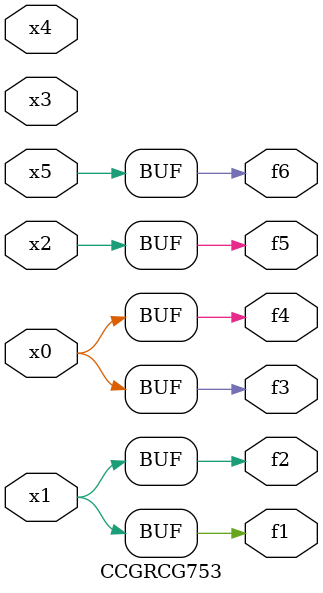
<source format=v>
module CCGRCG753(
	input x0, x1, x2, x3, x4, x5,
	output f1, f2, f3, f4, f5, f6
);
	assign f1 = x1;
	assign f2 = x1;
	assign f3 = x0;
	assign f4 = x0;
	assign f5 = x2;
	assign f6 = x5;
endmodule

</source>
